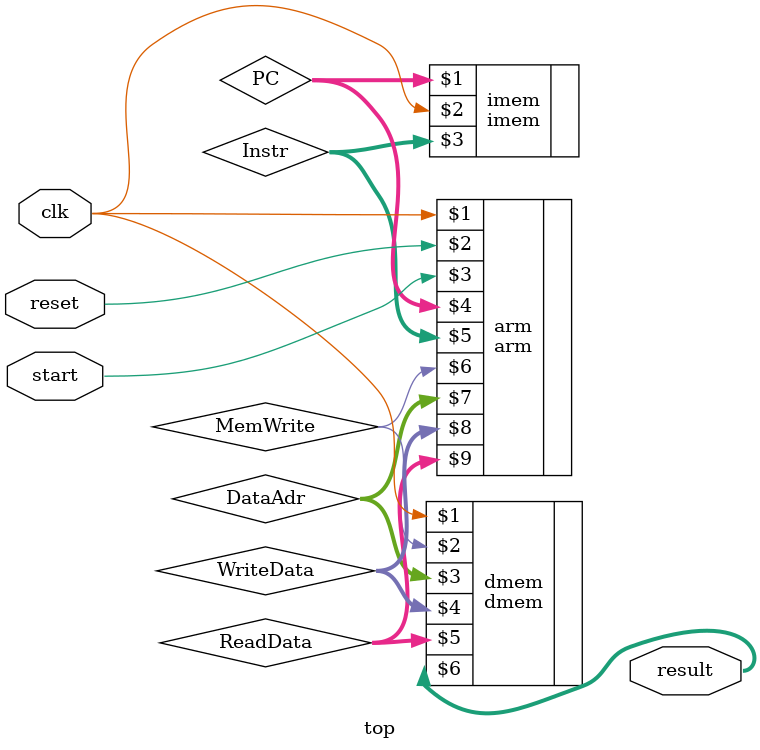
<source format=sv>
module top
(
	input logic clk, reset, start,
	output logic [3:0] result
);
	
	logic [31:0] WriteData, DataAdr;
	logic MemWrite;
	logic [31:0] PC, Instr, ReadData;
	
	// Instancia del procesador
	arm arm(clk, reset, start, PC, Instr, MemWrite, DataAdr,
				WriteData, ReadData);
	
	// Memoria de instrucciones
	imem imem(PC, clk, Instr);
	
	// Memoria de datos
	dmem dmem(clk, MemWrite, DataAdr, WriteData, ReadData, result);
	
endmodule
</source>
